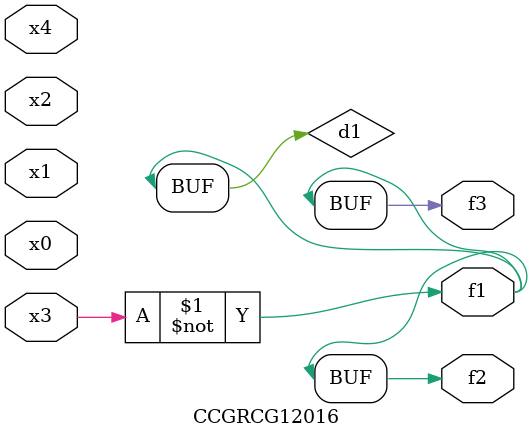
<source format=v>
module CCGRCG12016(
	input x0, x1, x2, x3, x4,
	output f1, f2, f3
);

	wire d1, d2;

	xnor (d1, x3);
	not (d2, x1);
	assign f1 = d1;
	assign f2 = d1;
	assign f3 = d1;
endmodule

</source>
